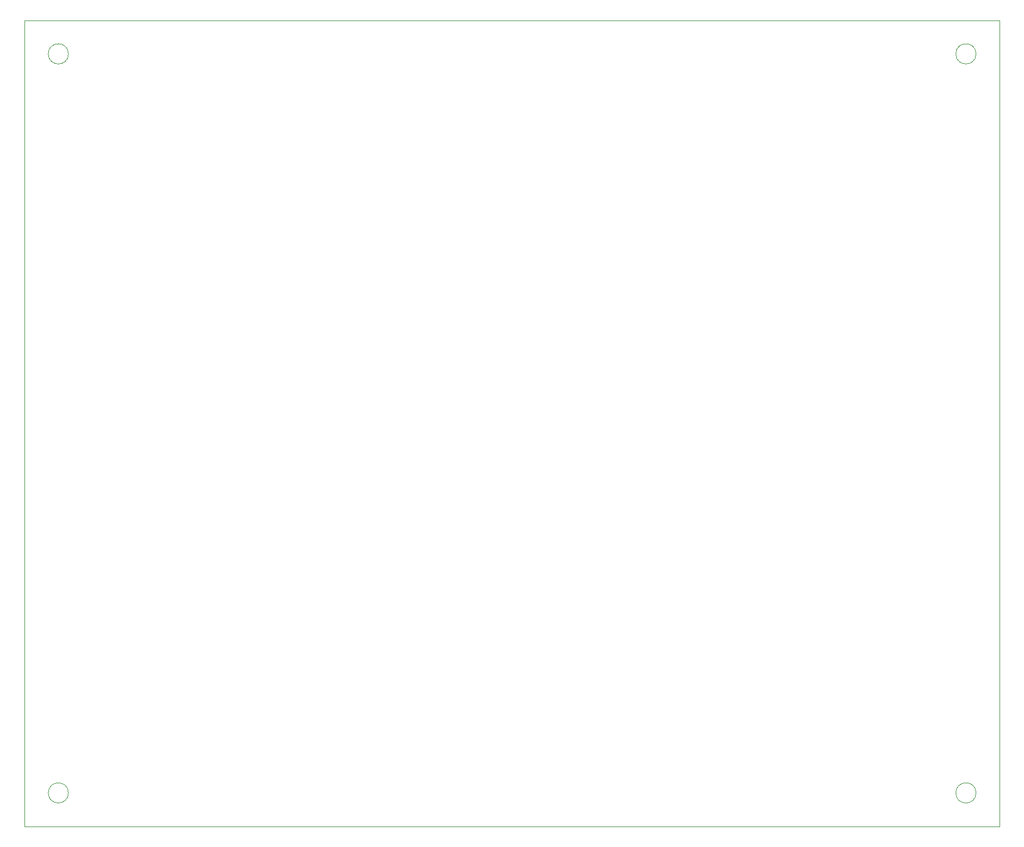
<source format=gbr>
G04 #@! TF.FileFunction,Profile,NP*
%FSLAX46Y46*%
G04 Gerber Fmt 4.6, Leading zero omitted, Abs format (unit mm)*
G04 Created by KiCad (PCBNEW 4.0.7) date 11/06/17 02:09:47*
%MOMM*%
%LPD*%
G01*
G04 APERTURE LIST*
%ADD10C,0.100000*%
G04 APERTURE END LIST*
D10*
X31500000Y-25000000D02*
G75*
G03X31500000Y-25000000I-1500000J0D01*
G01*
X31500000Y-135000000D02*
G75*
G03X31500000Y-135000000I-1500000J0D01*
G01*
X166500000Y-135000000D02*
G75*
G03X166500000Y-135000000I-1500000J0D01*
G01*
X166500000Y-25000000D02*
G75*
G03X166500000Y-25000000I-1500000J0D01*
G01*
X170000000Y-20000000D02*
X170000000Y-140000000D01*
X25000000Y-140000000D02*
X170000000Y-140000000D01*
X25000000Y-20000000D02*
X25000000Y-140000000D01*
X25000000Y-20000000D02*
X170000000Y-20000000D01*
M02*

</source>
